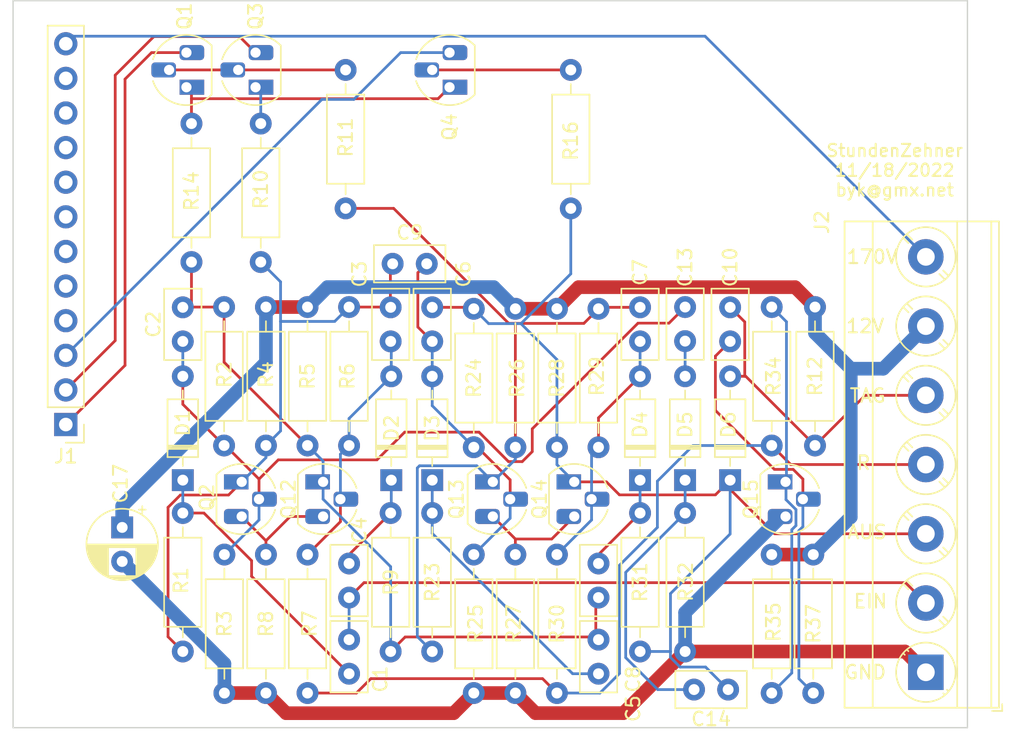
<source format=kicad_pcb>
(kicad_pcb (version 20211014) (generator pcbnew)
  (title_block (title "Charlie Nixie") (date "2019-05-27") (rev "1.1") (company "None") (comment 1 "Author: byk@gmx.net"))
  (layers (0 "F.Cu" signal) (31 "B.Cu" signal) (34 "B.Paste" user) (35 "F.Paste" user) (36 "B.SilkS" user "B.Silkscreen") (37 "F.SilkS" user "F.Silkscreen") (38 "B.Mask" user) (39 "F.Mask" user) (44 "Edge.Cuts" user))
  (net 0 "")
  (net 1 "Net-(C1-Pad1)")
  (net 2 "/dig0")
  (net 3 "HT")
  (net 4 "/dig1")
  (net 5 "/dig2")
  (net 6 "/dig3")
  (net 7 "/dig4")
  (net 8 "/dig5")
  (net 9 "/dig6")
  (net 10 "/dig7")
  (net 11 "/dig8")
  (net 12 "/dig9")
  (net 13 "/dp")
  (net 14 "/Eingang")
  (net 15 "Net-(C2-Pad1)")
  (net 16 "Net-(C13-Pad1)")
  (net 17 "Net-(C3-Pad1)")
  (net 18 "Net-(C3-Pad2)")
  (net 19 "Net-(Q1-Pad2)")
  (net 20 "Net-(C7-Pad2)")
  (net 21 "Net-(Q4-Pad2)")
  (net 22 "Net-(C8-Pad1)")
  (net 23 "Net-(C13-Pad2)")
  (net 24 "Net-(C4-Pad1)")
  (net 25 "GND")
  (net 26 "+12V")
  (net 27 "/R")
  (net 28 "Net-(C5-Pad1)")
  (net 29 "Net-(C6-Pad2)")
  (net 30 "Net-(C7-Pad1)")
  (net 31 "Net-(C14-Pad2)")
  (net 32 "Net-(Q13-Pad3)")
  (net 33 "/Tag")
  (net 34 "Net-(Q3-Pad1)")
  (net 35 "/Ausgang")
  (net 36 "Net-(Q1-Pad1)")
  (net 37 "Net-(Q12-Pad3)")
  (net 38 "Net-(C10-Pad2)")
  (net 39 "Net-(Q15-Pad1)")
  (footprint "TerminalBlock_Phoenix:TerminalBlock_Phoenix_MKDS-3-7-5.08_1x07_P5.08mm_Horizontal" (layer "F.Cu") (at 226.213 128.497 90)
    (fp_text reference "J2")
    (fp_text value "Conn_01x07")
  )
  (footprint "Resistor_THT:R_Axial_DIN0207_L6.3mm_D2.5mm_P10.16mm_Horizontal" (layer "F.Cu") (at 174.778 119.861 -90)
    (fp_text reference "R3")
    (fp_text value "4k7")
  )
  (footprint "Package_TO_SOT_THT:TO-92_HandSolder" (layer "F.Cu") (at 182.017 114.527 -90)
    (fp_text reference "Q12")
    (fp_text value "BC547")
  )
  (footprint "Resistor_THT:R_Axial_DIN0207_L6.3mm_D2.5mm_P10.16mm_Horizontal" (layer "F.Cu") (at 180.874 101.7 -90)
    (fp_text reference "R5")
    (fp_text value "680")
  )
  (footprint "Capacitor_THT:C_Disc_D5.0mm_W2.5mm_P2.50mm" (layer "F.Cu") (at 202.21 120.516 -90)
    (fp_text reference "C8")
    (fp_text value "1n")
  )
  (footprint "Diode_THT:D_DO-35_SOD27_P7.62mm_Horizontal" (layer "F.Cu") (at 211.862 114.4 90)
    (fp_text reference "D6")
    (fp_text value "1N4148")
  )
  (footprint "Resistor_THT:R_Axial_DIN0207_L6.3mm_D2.5mm_P10.16mm_Horizontal" (layer "F.Cu") (at 217.958 119.861 -90)
    (fp_text reference "R37")
    (fp_text value "5k6")
  )
  (footprint "Diode_THT:D_DO-35_SOD27_P7.62mm_Horizontal" (layer "F.Cu") (at 205.258 114.4 90)
    (fp_text reference "D4")
    (fp_text value "1N4148")
  )
  (footprint "Resistor_THT:R_Axial_DIN0207_L6.3mm_D2.5mm_P10.16mm_Horizontal" (layer "F.Cu") (at 177.826 119.861 -90)
    (fp_text reference "R8")
    (fp_text value "180")
  )
  (footprint "Resistor_THT:R_Axial_DIN0207_L6.3mm_D2.5mm_P10.16mm_Horizontal" (layer "F.Cu") (at 177.445 88.238 -90)
    (fp_text reference "R10")
    (fp_text value "3k9")
  )
  (footprint "Diode_THT:D_DO-35_SOD27_P7.62mm_Horizontal" (layer "F.Cu") (at 190.018 114.4 90)
    (fp_text reference "D3")
    (fp_text value "1N4148")
  )
  (footprint "Resistor_THT:R_Axial_DIN0207_L6.3mm_D2.5mm_P10.16mm_Horizontal" (layer "F.Cu") (at 183.922 101.7 -90)
    (fp_text reference "R6")
    (fp_text value "4k7")
  )
  (footprint "Resistor_THT:R_Axial_DIN0207_L6.3mm_D2.5mm_P10.16mm_Horizontal" (layer "F.Cu") (at 202.21 101.827 -90)
    (fp_text reference "R29")
    (fp_text value "4k7")
  )
  (footprint "Capacitor_THT:C_Disc_D5.0mm_W2.5mm_P2.50mm" (layer "F.Cu") (at 183.922 120.516 -90)
    (fp_text reference "C4")
    (fp_text value "1n")
  )
  (footprint "Diode_THT:D_DO-35_SOD27_P7.62mm_Horizontal" (layer "F.Cu") (at 187.015 114.4 90)
    (fp_text reference "D2")
    (fp_text value "1N4148")
  )
  (footprint "Diode_THT:D_DO-35_SOD27_P7.62mm_Horizontal" (layer "F.Cu") (at 171.73 114.4 90)
    (fp_text reference "D1")
    (fp_text value "1N4148")
  )
  (footprint "Capacitor_THT:C_Disc_D5.0mm_W2.5mm_P2.50mm" (layer "F.Cu") (at 208.56 101.7 -90)
    (fp_text reference "C13")
    (fp_text value "15n")
  )
  (footprint "Capacitor_THT:C_Disc_D5.0mm_W2.5mm_P2.50mm" (layer "F.Cu") (at 186.97 101.72 -90)
    (fp_text reference "C3")
    (fp_text value "220p")
  )
  (footprint "Resistor_THT:R_Axial_DIN0207_L6.3mm_D2.5mm_P10.16mm_Horizontal" (layer "F.Cu") (at 214.91 119.861 -90)
    (fp_text reference "R35")
    (fp_text value "560")
  )
  (footprint "Resistor_THT:R_Axial_DIN0207_L6.3mm_D2.5mm_P10.16mm_Horizontal" (layer "F.Cu") (at 218.085 101.7 -90)
    (fp_text reference "R12")
    (fp_text value "10k")
  )
  (footprint "Capacitor_THT:C_Disc_D5.0mm_W2.5mm_P2.50mm" (layer "F.Cu") (at 205.258 101.72 -90)
    (fp_text reference "C7")
    (fp_text value "220p")
  )
  (footprint "Resistor_THT:R_Axial_DIN0207_L6.3mm_D2.5mm_P10.16mm_Horizontal" (layer "F.Cu") (at 190.018 126.973 90)
    (fp_text reference "R23")
    (fp_text value "4k7")
  )
  (footprint "Diode_THT:D_DO-35_SOD27_P7.62mm_Horizontal" (layer "F.Cu") (at 208.56 114.4 90)
    (fp_text reference "D5")
    (fp_text value "1N4148")
  )
  (footprint "Resistor_THT:R_Axial_DIN0207_L6.3mm_D2.5mm_P10.16mm_Horizontal" (layer "F.Cu") (at 205.258 126.973 90)
    (fp_text reference "R31")
    (fp_text value "4k7")
  )
  (footprint "Resistor_THT:R_Axial_DIN0207_L6.3mm_D2.5mm_P10.16mm_Horizontal" (layer "F.Cu") (at 193.066 101.827 -90)
    (fp_text reference "R24")
    (fp_text value "4k7")
  )
  (footprint "Capacitor_THT:C_Disc_D5.0mm_W2.5mm_P2.50mm" (layer "F.Cu") (at 202.21 128.604 90)
    (fp_text reference "C5")
    (fp_text value "1n")
  )
  (footprint "Resistor_THT:R_Axial_DIN0207_L6.3mm_D2.5mm_P10.16mm_Horizontal" (layer "F.Cu") (at 174.757 101.7 -90)
    (fp_text reference "R2")
    (fp_text value "4k7")
  )
  (footprint "Capacitor_THT:C_Disc_D5.0mm_W2.5mm_P2.50mm" (layer "F.Cu") (at 211.715 129.767 180)
    (fp_text reference "C14")
    (fp_text value "4n7")
  )
  (footprint "Package_TO_SOT_THT:TO-92_HandSolder" (layer "F.Cu") (at 200.432 114.527 -90)
    (fp_text reference "Q14")
    (fp_text value "BC547")
  )
  (footprint "Package_TO_SOT_THT:TO-92_HandSolder" (layer "F.Cu") (at 215.926 114.527 -90)
    (fp_text reference "Q15")
    (fp_text value "BC547")
  )
  (footprint "Capacitor_THT:C_Disc_D5.0mm_W2.5mm_P2.50mm" (layer "F.Cu") (at 171.73 101.72 -90)
    (fp_text reference "C2")
    (fp_text value "220p")
  )
  (footprint "Capacitor_THT:C_Disc_D5.0mm_W2.5mm_P2.50mm" (layer "F.Cu") (at 183.922 128.604 90)
    (fp_text reference "C1")
    (fp_text value "1n")
  )
  (footprint "Package_TO_SOT_THT:TO-92_HandSolder" (layer "F.Cu") (at 191.288 85.571 90)
    (fp_text reference "Q4")
    (fp_text value "MPSA42")
  )
  (footprint "Package_TO_SOT_THT:TO-92_HandSolder" (layer "F.Cu") (at 176.048 114.527 -90)
    (fp_text reference "Q2")
    (fp_text value "BC547")
  )
  (footprint "Resistor_THT:R_Axial_DIN0207_L6.3mm_D2.5mm_P10.16mm_Horizontal" (layer "F.Cu") (at 199.162 119.861 -90)
    (fp_text reference "R30")
    (fp_text value "4k7")
  )
  (footprint "MountingHole:MountingHole_3.2mm_M3" (layer "F.Cu") (at 163.475 128.37)
    (fp_text reference "H1" hide)
    (fp_text value "MountingHole")
  )
  (footprint "Resistor_THT:R_Axial_DIN0207_L6.3mm_D2.5mm_P10.16mm_Horizontal" (layer "F.Cu") (at 172.365 88.238 -90)
    (fp_text reference "R14")
    (fp_text value "3k9")
  )
  (footprint "Package_TO_SOT_THT:TO-92_HandSolder" (layer "F.Cu") (at 194.463 114.527 -90)
    (fp_text reference "Q13")
    (fp_text value "BC547")
  )
  (footprint "Resistor_THT:R_Axial_DIN0207_L6.3mm_D2.5mm_P10.16mm_Horizontal" (layer "F.Cu") (at 186.97 126.973 90)
    (fp_text reference "R9")
    (fp_text value "4k7")
  )
  (footprint "Resistor_THT:R_Axial_DIN0207_L6.3mm_D2.5mm_P10.16mm_Horizontal" (layer "F.Cu") (at 180.874 119.861 -90)
    (fp_text reference "R7")
    (fp_text value "4k7")
  )
  (footprint "Resistor_THT:R_Axial_DIN0207_L6.3mm_D2.5mm_P10.16mm_Horizontal" (layer "F.Cu") (at 196.114 119.861 -90)
    (fp_text reference "R27")
    (fp_text value "180")
  )
  (footprint "Capacitor_THT:C_Disc_D5.0mm_W2.5mm_P2.50mm" (layer "F.Cu") (at 190.018 101.72 -90)
    (fp_text reference "C6")
    (fp_text value "220p")
  )
  (footprint "Capacitor_THT:C_Disc_D5.0mm_W2.5mm_P2.50mm" (layer "F.Cu") (at 187.117 98.525)
    (fp_text reference "C9")
    (fp_text value "1n")
  )
  (footprint "Resistor_THT:R_Axial_DIN0207_L6.3mm_D2.5mm_P10.16mm_Horizontal" (layer "F.Cu") (at 208.56 116.813 -90)
    (fp_text reference "R32")
    (fp_text value "4k7")
  )
  (footprint "Resistor_THT:R_Axial_DIN0207_L6.3mm_D2.5mm_P10.16mm_Horizontal" (layer "F.Cu") (at 171.73 126.973 90)
    (fp_text reference "R1")
    (fp_text value "4k7")
  )
  (footprint "Resistor_THT:R_Axial_DIN0207_L6.3mm_D2.5mm_P10.16mm_Horizontal" (layer "F.Cu") (at 193.066 119.861 -90)
    (fp_text reference "R25")
    (fp_text value "4k7")
  )
  (footprint "Resistor_THT:R_Axial_DIN0207_L6.3mm_D2.5mm_P10.16mm_Horizontal" (layer "F.Cu") (at 199.162 101.827 -90)
    (fp_text reference "R28")
    (fp_text value "680")
  )
  (footprint "Resistor_THT:R_Axial_DIN0207_L6.3mm_D2.5mm_P10.16mm_Horizontal" (layer "F.Cu") (at 183.668 84.301 -90)
    (fp_text reference "R11")
    (fp_text value "33k")
  )
  (footprint "Resistor_THT:R_Axial_DIN0207_L6.3mm_D2.5mm_P10.16mm_Horizontal" (layer "F.Cu") (at 196.114 101.827 -90)
    (fp_text reference "R26")
    (fp_text value "680")
  )
  (footprint "Capacitor_THT:CP_Radial_D5.0mm_P2.50mm" (layer "F.Cu") (at 167.285 117.869 -90)
    (fp_text reference "C17")
    (fp_text value "10u")
  )
  (footprint "Resistor_THT:R_Axial_DIN0207_L6.3mm_D2.5mm_P10.16mm_Horizontal" (layer "F.Cu") (at 200.178 84.301 -90)
    (fp_text reference "R16")
    (fp_text value "33k")
  )
  (footprint "Resistor_THT:R_Axial_DIN0207_L6.3mm_D2.5mm_P10.16mm_Horizontal" (layer "F.Cu") (at 214.91 101.7 -90)
    (fp_text reference "R34")
    (fp_text value "10")
  )
  (footprint "Package_TO_SOT_THT:TO-92_HandSolder" (layer "F.Cu") (at 171.996 85.571 90)
    (fp_text reference "Q1")
    (fp_text value "MPSA42")
  )
  (footprint "Package_TO_SOT_THT:TO-92_HandSolder" (layer "F.Cu") (at 177.064 85.571 90)
    (fp_text reference "Q3")
    (fp_text value "MPSA42")
  )
  (footprint "Resistor_THT:R_Axial_DIN0207_L6.3mm_D2.5mm_P10.16mm_Horizontal" (layer "F.Cu") (at 177.826 101.7 -90)
    (fp_text reference "R4")
    (fp_text value "680")
  )
  (footprint "MountingHole:MountingHole_3.2mm_M3" (layer "F.Cu") (at 225.451 83.031)
    (fp_text reference "H2" hide)
    (fp_text value "MountingHole")
  )
  (footprint "MountingHole:MountingHole_3.2mm_M3" (layer "F.Cu") (at 209.703 93.953)
    (fp_text reference "H3" hide)
    (fp_text value "MountingHole")
  )
  (footprint "Connector_PinHeader_2.54mm:PinHeader_1x12_P2.54mm_Vertical" (layer "F.Cu") (at 163.151 110.321 180)
    (fp_text reference "J1")
    (fp_text value "Conn_01x12")
  )
  (footprint "Capacitor_THT:C_Disc_D5.0mm_W2.5mm_P2.50mm" (layer "F.Cu") (at 211.862 101.72 -90)
    (fp_text reference "C10")
    (fp_text value "15n")
  )
  (gr_line (start 159.284 132.561) (end 159.284 79.221) (layer "Edge.Cuts") (width 0.1))
  (gr_line (start 159.284 79.221) (end 229.261 79.221) (layer "Edge.Cuts") (width 0.1))
  (gr_line (start 229.261 79.221) (end 229.261 132.561) (layer "Edge.Cuts") (width 0.1))
  (gr_line (start 159.284 132.561) (end 229.261 132.561) (layer "Edge.Cuts") (width 0.1))
  (gr_text "170V" (at 222.276 98.017) (layer "F.SilkS") (effects (font (size 1 1))))
  (gr_text "TAG" (at 221.9458 108.2024) (layer "F.SilkS") (effects (font (size 1 1))))
  (gr_text "R" (at 221.641 113.13) (layer "F.SilkS") (effects (font (size 1 1))))
  (gr_text "GND" (at 221.768 128.497) (layer "F.SilkS") (effects (font (size 1 1))))
  (gr_text "AUS" (at 221.895 118.21) (layer "F.SilkS") (effects (font (size 1 1))))
  (gr_text "StundenZehner\n11/18/2022\nbyk@gmx.net" (at 223.927 91.667) (layer "F.SilkS") (effects (font (size 0.9 0.9))))
  (gr_text "EIN" (at 222.149 123.29) (layer "F.SilkS") (effects (font (size 1 1))))
  (gr_text "12V" (at 221.768 103.097) (layer "F.SilkS") (effects (font (size 1 1))))
  (segment (start 176.7732 120.3101) (end 173.2761 116.813) (width 0.2) (layer "F.Cu") (net 1))
  (segment (start 176.7732 121.4552) (end 176.7732 120.3101) (width 0.2) (layer "F.Cu") (net 1))
  (segment (start 173.2761 116.813) (end 171.73 116.813) (width 0.2) (layer "F.Cu") (net 1))
  (segment (start 183.922 128.604) (end 176.7732 121.4552) (width 0.2) (layer "F.Cu") (net 1))
  (segment (start 171.73 116.813) (end 171.73 114.4) (width 0.2) (layer "B.Cu") (net 1))
  (segment (start 167.4943 84.977) (end 169.4403 83.031) (width 0.2) (layer "F.Cu") (net 2))
  (segment (start 167.4943 105.9777) (end 167.4943 84.977) (width 0.2) (layer "F.Cu") (net 2))
  (segment (start 169.4403 83.031) (end 171.996 83.031) (width 0.2) (layer "F.Cu") (net 2))
  (segment (start 163.151 110.321) (end 167.4943 105.9777) (width 0.2) (layer "F.Cu") (net 2))
  (segment (start 163.7047 81.8273) (end 210.0233 81.8273) (width 0.2) (layer "B.Cu") (net 3))
  (segment (start 163.151 82.381) (end 163.7047 81.8273) (width 0.2) (layer "B.Cu") (net 3))
  (segment (start 210.0233 81.8273) (end 226.213 98.017) (width 0.2) (layer "B.Cu") (net 3))
  (segment (start 163.151 107.781) (end 166.7744 104.1576) (width 0.2) (layer "F.Cu") (net 4))
  (segment (start 166.7744 104.1576) (end 166.7744 84.6861) (width 0.2) (layer "F.Cu") (net 4))
  (segment (start 175.8886 81.8556) (end 177.064 83.031) (width 0.2) (layer "F.Cu") (net 4))
  (segment (start 166.7744 84.6861) (end 169.6049 81.8556) (width 0.2) (layer "F.Cu") (net 4))
  (segment (start 169.6049 81.8556) (end 175.8886 81.8556) (width 0.2) (layer "F.Cu") (net 4))
  (segment (start 163.151 105.241) (end 181.9278 86.4642) (width 0.2) (layer "B.Cu") (net 5))
  (segment (start 181.9278 86.4642) (end 184.2726 86.4642) (width 0.2) (layer "B.Cu") (net 5))
  (segment (start 184.2726 86.4642) (end 187.7058 83.031) (width 0.2) (layer "B.Cu") (net 5))
  (segment (start 187.7058 83.031) (end 191.288 83.031) (width 0.2) (layer "B.Cu") (net 5))
  (segment (start 183.922 123.016) (end 185.0158 121.9222) (width 0.2) (layer "F.Cu") (net 14))
  (segment (start 185.0158 121.9222) (end 224.7182 121.9222) (width 0.2) (layer "F.Cu") (net 14))
  (segment (start 224.7182 121.9222) (end 226.213 123.417) (width 0.2) (layer "F.Cu") (net 14))
  (segment (start 183.922 126.104) (end 183.922 123.016) (width 0.2) (layer "B.Cu") (net 14))
  (segment (start 172.365 98.398) (end 172.365 101.7) (width 0.2) (layer "F.Cu") (net 15))
  (segment (start 180.874 111.86) (end 174.757 105.743) (width 0.2) (layer "F.Cu") (net 15))
  (segment (start 186.97 126.973) (end 188.0371 125.9059) (width 0.2) (layer "F.Cu") (net 15))
  (segment (start 171.75 101.7) (end 172.365 101.7) (width 0.2) (layer "F.Cu") (net 15))
  (segment (start 202.0119 125.9059) (end 202.0119 123.2141) (width 0.2) (layer "F.Cu") (net 15))
  (segment (start 202.0119 123.2141) (end 202.21 123.016) (width 0.2) (layer "F.Cu") (net 15))
  (segment (start 172.365 101.7) (end 174.757 101.7) (width 0.2) (layer "F.Cu") (net 15))
  (segment (start 174.757 105.743) (end 174.757 101.7) (width 0.2) (layer "F.Cu") (net 15))
  (segment (start 188.0371 125.9059) (end 202.0119 125.9059) (width 0.2) (layer "F.Cu") (net 15))
  (segment (start 202.0119 125.9059) (end 202.21 126.104) (width 0.2) (layer "F.Cu") (net 15))
  (segment (start 171.73 101.72) (end 171.75 101.7) (width 0.2) (layer "F.Cu") (net 15))
  (segment (start 186.97 126.973) (end 186.97 120.75) (width 0.2) (layer "B.Cu") (net 15))
  (segment (start 182.017 113.003) (end 182.017 114.527) (width 0.2) (layer "B.Cu") (net 15))
  (segment (start 182.017 115.797) (end 182.017 114.527) (width 0.2) (layer "B.Cu") (net 15))
  (segment (start 186.97 120.75) (end 182.017 115.797) (width 0.2) (layer "B.Cu") (net 15))
  (segment (start 180.874 111.86) (end 182.017 113.003) (width 0.2) (layer "B.Cu") (net 15))
  (segment (start 171.73 106.78) (end 171.73 108.833) (width 0.2) (layer "F.Cu") (net 16))
  (segment (start 197.3533 112.3038) (end 196.6173 113.0398) (width 0.2) (layer "F.Cu") (net 16))
  (segment (start 177.318 115.797) (end 177.318 114.3243) (width 0.2) (layer "F.Cu") (net 16))
  (segment (start 207.3802 102.8798) (end 205.1095 102.8798) (width 0.2) (layer "F.Cu") (net 16))
  (segment (start 195.6078 113.0398) (end 193.4467 110.8787) (width 0.2) (layer "F.Cu") (net 16))
  (segment (start 171.73 108.833) (end 174.757 111.86) (width 0.2) (layer "F.Cu") (net 16))
  (segment (start 196.6173 113.0398) (end 195.6078 113.0398) (width 0.2) (layer "F.Cu") (net 16))
  (segment (start 185.9622 112.9128) (end 178.7295 112.9128) (width 0.2) (layer "F.Cu") (net 16))
  (segment (start 208.56 101.7) (end 207.3802 102.8798) (width 0.2) (layer "F.Cu") (net 16))
  (segment (start 178.7295 112.9128) (end 177.318 114.3243) (width 0.2) (layer "F.Cu") (net 16))
  (segment (start 187.9963 110.8787) (end 185.9622 112.9128) (width 0.2) (layer "F.Cu") (net 16))
  (segment (start 205.1095 102.8798) (end 197.3533 110.636) (width 0.2) (layer "F.Cu") (net 16))
  (segment (start 174.8537 111.86) (end 174.757 111.86) (width 0.2) (layer "F.Cu") (net 16))
  (segment (start 193.4467 110.8787) (end 187.9963 110.8787) (width 0.2) (layer "F.Cu") (net 16))
  (segment (start 197.3533 110.636) (end 197.3533 112.3038) (width 0.2) (layer "F.Cu") (net 16))
  (segment (start 177.318 114.3243) (end 174.8537 111.86) (width 0.2) (layer "F.Cu") (net 16))
  (segment (start 171.73 104.22) (end 171.73 106.78) (width 0.2) (layer "B.Cu") (net 16))
  (segment (start 177.318 115.797) (end 177.318 117.321) (width 0.2) (layer "B.Cu") (net 16))
  (segment (start 177.318 117.321) (end 174.778 119.861) (width 0.2) (layer "B.Cu") (net 16))
  (segment (start 176.048 114.527) (end 175.0836 115.4914) (width 0.2) (layer "F.Cu") (net 17))
  (segment (start 175.0836 115.4914) (end 171.5541 115.4914) (width 0.2) (layer "F.Cu") (net 17))
  (segment (start 183.922 101.7) (end 186.95 101.7) (width 0.2) (layer "F.Cu") (net 17))
  (segment (start 187.117 98.525) (end 186.95 98.692) (width 0.2) (layer "F.Cu") (net 17))
  (segment (start 186.95 101.7) (end 186.97 101.72) (width 0.2) (layer "F.Cu") (net 17))
  (segment (start 171.5541 115.4914) (end 170.6479 116.3976) (width 0.2) (layer "F.Cu") (net 17))
  (segment (start 186.95 98.692) (end 186.95 101.7) (width 0.2) (layer "F.Cu") (net 17))
  (segment (start 170.6479 125.8909) (end 171.73 126.973) (width 0.2) (layer "F.Cu") (net 17))
  (segment (start 170.6479 116.3976) (end 170.6479 125.8909) (width 0.2) (layer "F.Cu") (net 17))
  (segment (start 182.8674 102.7546) (end 178.8976 102.7546) (width 0.2) (layer "B.Cu") (net 17))
  (segment (start 177.826 112.749) (end 176.048 114.527) (width 0.2) (layer "B.Cu") (net 17))
  (segment (start 178.8976 102.7546) (end 178.8976 110.7884) (width 0.2) (layer "B.Cu") (net 17))
  (segment (start 178.8976 102.7546) (end 178.8976 99.8506) (width 0.2) (layer "B.Cu") (net 17))
  (segment (start 178.8976 99.8506) (end 177.445 98.398) (width 0.2) (layer "B.Cu") (net 17))
  (segment (start 178.8976 110.7884) (end 177.826 111.86) (width 0.2) (layer "B.Cu") (net 17))
  (segment (start 177.826 111.86) (end 177.826 112.749) (width 0.2) (layer "B.Cu") (net 17))
  (segment (start 183.922 101.7) (end 182.8674 102.7546) (width 0.2) (layer "B.Cu") (net 17))
  (segment (start 180.874 119.861) (end 183.287 117.448) (width 0.2) (layer "F.Cu") (net 18))
  (segment (start 183.287 117.448) (end 183.287 115.797) (width 0.2) (layer "F.Cu") (net 18))
  (segment (start 183.922 109.873) (end 183.922 111.86) (width 0.2) (layer "B.Cu") (net 18))
  (segment (start 183.287 112.495) (end 183.287 115.797) (width 0.2) (layer "B.Cu") (net 18))
  (segment (start 186.97 104.22) (end 187.015 104.265) (width 0.2) (layer "B.Cu") (net 18))
  (segment (start 187.015 104.265) (end 187.015 106.78) (width 0.2) (layer "B.Cu") (net 18))
  (segment (start 187.015 106.78) (end 183.922 109.873) (width 0.2) (layer "B.Cu") (net 18))
  (segment (start 183.922 111.86) (end 183.287 112.495) (width 0.2) (layer "B.Cu") (net 18))
  (segment (start 175.794 84.301) (end 170.726 84.301) (width 0.2) (layer "F.Cu") (net 19))
  (segment (start 183.668 84.301) (end 175.794 84.301) (width 0.2) (layer "F.Cu") (net 19))
  (segment (start 202.21 111.987) (end 202.21 109.828) (width 0.2) (layer "F.Cu") (net 20))
  (segment (start 202.21 109.828) (end 205.258 106.78) (width 0.2) (layer "F.Cu") (net 20))
  (segment (start 201.702 115.797) (end 201.702 112.495) (width 0.2) (layer "B.Cu") (net 20))
  (segment (start 199.162 119.861) (end 201.702 117.321) (width 0.2) (layer "B.Cu") (net 20))
  (segment (start 201.702 112.495) (end 202.21 111.987) (width 0.2) (layer "B.Cu") (net 20))
  (segment (start 201.702 117.321) (end 201.702 115.797) (width 0.2) (layer "B.Cu") (net 20))
  (segment (start 205.258 104.22) (end 205.258 106.78) (width 0.2) (layer "B.Cu") (net 20))
  (segment (start 200.178 84.301) (end 190.018 84.301) (width 0.2) (layer "F.Cu") (net 21))
  (segment (start 205.258 116.813) (end 202.21 119.861) (width 0.2) (layer "F.Cu") (net 22))
  (segment (start 202.21 119.861) (end 202.21 120.516) (width 0.2) (layer "F.Cu") (net 22))
  (segment (start 205.258 116.813) (end 205.258 114.4) (width 0.2) (layer "B.Cu") (net 22))
  (segment (start 208.56 106.78) (end 208.56 104.2) (width 0.2) (layer "B.Cu") (net 23))
  (segment (start 186.97 116.813) (end 183.922 119.861) (width 0.2) (layer "F.Cu") (net 24))
  (segment (start 183.922 119.861) (end 183.922 120.516) (width 0.2) (layer "F.Cu") (net 24))
  (segment (start 187.015 114.4) (end 187.015 116.768) (width 0.2) (layer "B.Cu") (net 24))
  (segment (start 187.015 116.768) (end 186.97 116.813) (width 0.2) (layer "B.Cu") (net 24))
  (segment (start 197.5872 131.4942) (end 204.0388 131.4942) (width 1) (layer "F.Cu") (net 25))
  (segment (start 177.826 130.021) (end 174.778 130.021) (width 1) (layer "F.Cu") (net 25))
  (segment (start 208.56 126.973) (end 224.689 126.973) (width 1) (layer "F.Cu") (net 25))
  (segment (start 196.114 130.021) (end 197.5872 131.4942) (width 1) (layer "F.Cu") (net 25))
  (segment (start 204.0388 131.4942) (end 208.56 126.973) (width 1) (layer "F.Cu") (net 25))
  (segment (start 191.5876 131.4994) (end 193.066 130.021) (width 1) (layer "F.Cu") (net 25))
  (segment (start 224.689 126.973) (end 226.213 128.497) (width 1) (layer "F.Cu") (net 25))
  (segment (start 179.3044 131.4994) (end 191.5876 131.4994) (width 1) (layer "F.Cu") (net 25))
  (segment (start 177.826 130.021) (end 179.3044 131.4994) (width 1) (layer "F.Cu") (net 25))
  (segment (start 193.066 130.021) (end 196.114 130.021) (width 1) (layer "F.Cu") (net 25))
  (segment (start 208.56 126.973) (end 208.56 124.1155) (width 1) (layer "B.Cu") (net 25))
  (segment (start 215.6085 117.067) (end 215.926 117.067) (width 1) (layer "B.Cu") (net 25))
  (segment (start 174.778 127.862) (end 174.778 130.021) (width 1) (layer "B.Cu") (net 25))
  (segment (start 208.56 124.1155) (end 215.6085 117.067) (width 1) (layer "B.Cu") (net 25))
  (segment (start 167.285 120.369) (end 174.778 127.862) (width 1) (layer "B.Cu") (net 25))
  (segment (start 196.114 101.827) (end 199.162 101.827) (width 1) (layer "F.Cu") (net 26))
  (segment (start 199.162 101.827) (end 200.7473 100.2417) (width 1) (layer "F.Cu") (net 26))
  (segment (start 177.826 101.7) (end 180.874 101.7) (width 1) (layer "F.Cu") (net 26))
  (segment (start 214.91 119.861) (end 217.958 119.861) (width 1) (layer "F.Cu") (net 26))
  (segment (start 216.6267 100.2417) (end 218.085 101.7) (width 1) (layer "F.Cu") (net 26))
  (segment (start 200.7473 100.2417) (end 216.6267 100.2417) (width 1) (layer "F.Cu") (net 26))
  (segment (start 226.213 103.097) (end 223.0858 106.2242) (width 1) (layer "B.Cu") (net 26))
  (segment (start 167.285 117.869) (end 167.285 116.3029) (width 1) (layer "B.Cu") (net 26))
  (segment (start 220.7061 106.2242) (end 218.085 103.6031) (width 1) (layer "B.Cu") (net 26))
  (segment (start 194.5239 100.2369) (end 196.114 101.827) (width 1) (layer "B.Cu") (net 26))
  (segment (start 223.0858 106.2242) (end 220.7061 106.2242) (width 1) (layer "B.Cu") (net 26))
  (segment (start 220.7061 117.1129) (end 220.7061 106.2242) (width 1) (layer "B.Cu") (net 26))
  (segment (start 182.3371 100.2369) (end 194.5239 100.2369) (width 1) (layer "B.Cu") (net 26))
  (segment (start 177.826 105.7619) (end 177.826 101.7) (width 1) (layer "B.Cu") (net 26))
  (segment (start 167.285 116.3029) (end 177.826 105.7619) (width 1) (layer "B.Cu") (net 26))
  (segment (start 180.874 101.7) (end 182.3371 100.2369) (width 1) (layer "B.Cu") (net 26))
  (segment (start 217.958 119.861) (end 220.7061 117.1129) (width 1) (layer "B.Cu") (net 26))
  (segment (start 218.085 103.6031) (end 218.085 101.7) (width 1) (layer "B.Cu") (net 26))
  (segment (start 214.91 111.86) (end 216.307 113.257) (width 0.2) (layer "F.Cu") (net 27))
  (segment (start 198.1056 128.9646) (end 185.5176 128.9646) (width 0.2) (layer "F.Cu") (net 27))
  (segment (start 185.5176 128.9646) (end 184.4612 130.021) (width 0.2) (layer "F.Cu") (net 27))
  (segment (start 184.4612 130.021) (end 180.874 130.021) (width 0.2) (layer "F.Cu") (net 27))
  (segment (start 199.162 130.021) (end 198.1056 128.9646) (width 0.2) (layer "F.Cu") (net 27))
  (segment (start 216.307 113.257) (end 226.213 113.257) (width 0.2) (layer "F.Cu") (net 27))
  (segment (start 202.3147 130.021) (end 199.162 130.021) (width 0.2) (layer "B.Cu") (net 27))
  (segment (start 203.7501 120.6434) (end 203.7501 128.5856) (width 0.2) (layer "B.Cu") (net 27))
  (segment (start 209.1416 111.86) (end 206.5277 114.4739) (width 0.2) (layer "B.Cu") (net 27))
  (segment (start 206.5277 117.8658) (end 203.7501 120.6434) (width 0.2) (layer "B.Cu") (net 27))
  (segment (start 206.5277 114.4739) (end 206.5277 117.8658) (width 0.2) (layer "B.Cu") (net 27))
  (segment (start 203.7501 128.5856) (end 202.3147 130.021) (width 0.2) (layer "B.Cu") (net 27))
  (segment (start 214.91 111.86) (end 209.1416 111.86) (width 0.2) (layer "B.Cu") (net 27))
  (segment (start 202.21 128.604) (end 200.3148 128.604) (width 0.2) (layer "B.Cu") (net 28))
  (segment (start 200.3148 128.604) (end 190.018 118.3072) (width 0.2) (layer "B.Cu") (net 28))
  (segment (start 190.018 116.813) (end 190.018 114.4) (width 0.2) (layer "B.Cu") (net 28))
  (segment (start 190.018 118.3072) (end 190.018 116.813) (width 0.2) (layer "B.Cu") (net 28))
  (segment (start 193.3404 111.987) (end 195.733 114.3796) (width 0.2) (layer "F.Cu") (net 29))
  (segment (start 195.733 114.3796) (end 195.733 115.797) (width 0.2) (layer "F.Cu") (net 29))
  (segment (start 188.9631 103.1651) (end 190.018 104.22) (width 0.2) (layer "F.Cu") (net 29))
  (segment (start 189.617 98.525) (end 188.9631 99.1789) (width 0.2) (layer "F.Cu") (net 29))
  (segment (start 193.066 111.987) (end 193.3404 111.987) (width 0.2) (layer "F.Cu") (net 29))
  (segment (start 188.9631 99.1789) (end 188.9631 103.1651) (width 0.2) (layer "F.Cu") (net 29))
  (segment (start 190.018 108.939) (end 190.018 106.78) (width 0.2) (layer "B.Cu") (net 29))
  (segment (start 193.066 111.987) (end 190.018 108.939) (width 0.2) (layer "B.Cu") (net 29))
  (segment (start 190.018 104.22) (end 190.018 106.78) (width 0.2) (layer "B.Cu") (net 29))
  (segment (start 193.066 119.861) (end 195.733 117.194) (width 0.2) (layer "B.Cu") (net 29))
  (segment (start 195.733 117.194) (end 195.733 115.797) (width 0.2) (layer "B.Cu") (net 29))
  (segment (start 201.1382 102.8988) (end 196.114 102.8988) (width 0.2) (layer "F.Cu") (net 30))
  (segment (start 202.317 101.72) (end 202.21 101.827) (width 0.2) (layer "F.Cu") (net 30))
  (segment (start 205.258 101.72) (end 202.317 101.72) (width 0.2) (layer "F.Cu") (net 30))
  (segment (start 196.114 111.987) (end 196.114 102.8988) (width 0.2) (layer "F.Cu") (net 30))
  (segment (start 202.21 101.827) (end 201.1382 102.8988) (width 0.2) (layer "F.Cu") (net 30))
  (segment (start 195.627 102.8988) (end 187.1892 94.461) (width 0.2) (layer "F.Cu") (net 30))
  (segment (start 187.1892 94.461) (end 183.668 94.461) (width 0.2) (layer "F.Cu") (net 30))
  (segment (start 196.114 102.8988) (end 195.627 102.8988) (width 0.2) (layer "F.Cu") (net 30))
  (segment (start 196.114 112.876) (end 196.114 111.987) (width 0.2) (layer "B.Cu") (net 30))
  (segment (start 188.9238 125.8788) (end 190.018 126.973) (width 0.2) (layer "B.Cu") (net 30))
  (segment (start 189.0858 113.3472) (end 188.9238 113.5092) (width 0.2) (layer "B.Cu") (net 30))
  (segment (start 194.463 114.527) (end 196.114 112.876) (width 0.2) (layer "B.Cu") (net 30))
  (segment (start 194.463 114.527) (end 193.2832 113.3472) (width 0.2) (layer "B.Cu") (net 30))
  (segment (start 193.2832 113.3472) (end 189.0858 113.3472) (width 0.2) (layer "B.Cu") (net 30))
  (segment (start 188.9238 113.5092) (end 188.9238 125.8788) (width 0.2) (layer "B.Cu") (net 30))
  (segment (start 204.2046 127.4206) (end 204.2046 121.1684) (width 0.2) (layer "B.Cu") (net 31))
  (segment (start 208.56 114.4) (end 208.56 116.813) (width 0.2) (layer "B.Cu") (net 31))
  (segment (start 204.2046 121.1684) (end 208.56 116.813) (width 0.2) (layer "B.Cu") (net 31))
  (segment (start 206.551 129.767) (end 204.2046 127.4206) (width 0.2) (layer "B.Cu") (net 31))
  (segment (start 209.215 129.767) (end 206.551 129.767) (width 0.2) (layer "B.Cu") (net 31))
  (segment (start 196.114 119.861) (end 196.114 118.718) (width 0.2) (layer "F.Cu") (net 32))
  (segment (start 196.114 118.718) (end 198.781 118.718) (width 0.2) (layer "F.Cu") (net 32))
  (segment (start 198.781 118.718) (end 200.432 117.067) (width 0.2) (layer "F.Cu") (net 32))
  (segment (start 196.114 118.718) (end 194.463 117.067) (width 0.2) (layer "F.Cu") (net 32))
  (segment (start 211.862 106.78) (end 212.9336 106.78) (width 0.2) (layer "F.Cu") (net 33))
  (segment (start 212.9336 102.7916) (end 212.9336 106.78) (width 0.2) (layer "F.Cu") (net 33))
  (segment (start 211.862 101.72) (end 212.9336 102.7916) (width 0.2) (layer "F.Cu") (net 33))
  (segment (start 226.213 108.177) (end 221.768 108.177) (width 0.2) (layer "F.Cu") (net 33))
  (segment (start 221.768 108.177) (end 218.085 111.86) (width 0.2) (layer "F.Cu") (net 33))
  (segment (start 212.9336 106.78) (end 213.005 106.78) (width 0.2) (layer "F.Cu") (net 33))
  (segment (start 213.005 106.78) (end 218.085 111.86) (width 0.2) (layer "F.Cu") (net 33))
  (segment (start 177.064 85.571) (end 177.445 85.952) (width 0.2) (layer "B.Cu") (net 34))
  (segment (start 177.445 85.952) (end 177.445 88.238) (width 0.2) (layer "B.Cu") (net 34))
  (segment (start 211.524 114.738) (end 215.123 118.337) (width 0.2) (layer "F.Cu") (net 35))
  (segment (start 190.018 101.72) (end 192.959 101.72) (width 0.2) (layer "F.Cu") (net 35))
  (segment (start 215.123 118.337) (end 226.213 118.337) (width 0.2) (layer "F.Cu") (net 35))
  (segment (start 210.7803 115.4817) (end 211.524 114.738) (width 0.2) (layer "F.Cu") (net 35))
  (segment (start 200.432 114.527) (end 202.7922 114.527) (width 0.2) (layer "F.Cu") (net 35))
  (segment (start 211.524 114.738) (end 211.862 114.4) (width 0.2) (layer "F.Cu") (net 35))
  (segment (start 202.7922 114.527) (end 203.7469 115.4817) (width 0.2) (layer "F.Cu") (net 35))
  (segment (start 203.7469 115.4817) (end 210.7803 115.4817) (width 0.2) (layer "F.Cu") (net 35))
  (segment (start 192.959 101.72) (end 193.066 101.827) (width 0.2) (layer "F.Cu") (net 35))
  (segment (start 207.4868 127.406) (end 208.1942 128.1134) (width 0.2) (layer "B.Cu") (net 35))
  (segment (start 207.4868 126.973) (end 205.258 126.973) (width 0.2) (layer "B.Cu") (net 35))
  (segment (start 207.4868 122.7258) (end 207.4868 126.973) (width 0.2) (layer "B.Cu") (net 35))
  (segment (start 200.178 94.461) (end 200.178 99.2625) (width 0.2) (layer "B.Cu") (net 35))
  (segment (start 200.178 99.2625) (end 196.5246 102.9159) (width 0.2) (layer "B.Cu") (net 35))
  (segment (start 199.162 111.987) (end 199.162 105.5533) (width 0.2) (layer "B.Cu") (net 35))
  (segment (start 207.4868 126.973) (end 207.4868 127.406) (width 0.2) (layer "B.Cu") (net 35))
  (segment (start 211.862 114.4) (end 211.862 118.3506) (width 0.2) (layer "B.Cu") (net 35))
  (segment (start 199.162 113.257) (end 199.162 111.987) (width 0.2) (layer "B.Cu") (net 35))
  (segment (start 196.5246 102.9159) (end 194.1549 102.9159) (width 0.2) (layer "B.Cu") (net 35))
  (segment (start 211.862 118.3506) (end 207.4868 122.7258) (width 0.2) (layer "B.Cu") (net 35))
  (segment (start 200.432 114.527) (end 199.162 113.257) (width 0.2) (layer "B.Cu") (net 35))
  (segment (start 208.1942 128.1134) (end 210.0614 128.1134) (width 0.2) (layer "B.Cu") (net 35))
  (segment (start 210.0614 128.1134) (end 211.715 129.767) (width 0.2) (layer "B.Cu") (net 35))
  (segment (start 194.1549 102.9159) (end 193.066 101.827) (width 0.2) (layer "B.Cu") (net 35))
  (segment (start 199.162 105.5533) (end 196.5246 102.9159) (width 0.2) (layer "B.Cu") (net 35))
  (segment (start 172.365 86.4122) (end 190.4468 86.4122) (width 0.2) (layer "F.Cu") (net 36))
  (segment (start 190.4468 86.4122) (end 191.288 85.571) (width 0.2) (layer "F.Cu") (net 36))
  (segment (start 172.365 86.4122) (end 172.365 88.238) (width 0.2) (layer "F.Cu") (net 36))
  (segment (start 171.996 85.571) (end 172.365 85.94) (width 0.2) (layer "F.Cu") (net 36))
  (segment (start 172.365 85.94) (end 172.365 86.4122) (width 0.2) (layer "F.Cu") (net 36))
  (segment (start 176.048 117.067) (end 177.826 118.845) (width 0.2) (layer "F.Cu") (net 37))
  (segment (start 182.017 117.067) (end 179.604 117.067) (width 0.2) (layer "F.Cu") (net 37))
  (segment (start 179.604 117.067) (end 177.826 118.845) (width 0.2) (layer "F.Cu") (net 37))
  (segment (start 177.826 118.845) (end 177.826 119.861) (width 0.2) (layer "F.Cu") (net 37))
  (segment (start 217.196 114.3233) (end 217.196 115.797) (width 0.2) (layer "F.Cu") (net 38))
  (segment (start 211.862 104.22) (end 210.7822 105.2998) (width 0.2) (layer "F.Cu") (net 38))
  (segment (start 215.1084 113.6098) (end 216.4825 113.6098) (width 0.2) (layer "F.Cu") (net 38))
  (segment (start 216.4825 113.6098) (end 217.196 114.3233) (width 0.2) (layer "F.Cu") (net 38))
  (segment (start 210.7822 105.2998) (end 210.7822 109.2836) (width 0.2) (layer "F.Cu") (net 38))
  (segment (start 210.7822 109.2836) (end 215.1084 113.6098) (width 0.2) (layer "F.Cu") (net 38))
  (segment (start 216.9032 118.1051) (end 217.196 117.8123) (width 0.2) (layer "B.Cu") (net 38))
  (segment (start 217.958 130.021) (end 216.9032 128.9662) (width 0.2) (layer "B.Cu") (net 38))
  (segment (start 217.196 117.8123) (end 217.196 115.797) (width 0.2) (layer "B.Cu") (net 38))
  (segment (start 216.9032 128.9662) (end 216.9032 118.1051) (width 0.2) (layer "B.Cu") (net 38))
  (segment (start 214.91 101.7) (end 215.991 102.781) (width 0.2) (layer "B.Cu") (net 39))
  (segment (start 216.3814 128.5496) (end 214.91 130.021) (width 0.2) (layer "B.Cu") (net 39))
  (segment (start 215.991 102.781) (end 215.991 114.4945) (width 0.2) (layer "B.Cu") (net 39))
  (segment (start 216.6881 117.7331) (end 216.3814 118.0398) (width 0.2) (layer "B.Cu") (net 39))
  (segment (start 215.9585 114.527) (end 215.926 114.527) (width 0.2) (layer "B.Cu") (net 39))
  (segment (start 215.9585 115.8295) (end 216.6881 116.5591) (width 0.2) (layer "B.Cu") (net 39))
  (segment (start 216.6881 116.5591) (end 216.6881 117.7331) (width 0.2) (layer "B.Cu") (net 39))
  (segment (start 215.991 114.4945) (end 215.9585 114.527) (width 0.2) (layer "B.Cu") (net 39))
  (segment (start 216.3814 118.0398) (end 216.3814 128.5496) (width 0.2) (layer "B.Cu") (net 39))
  (segment (start 215.9585 114.527) (end 215.9585 115.8295) (width 0.2) (layer "B.Cu") (net 39))
)
</source>
